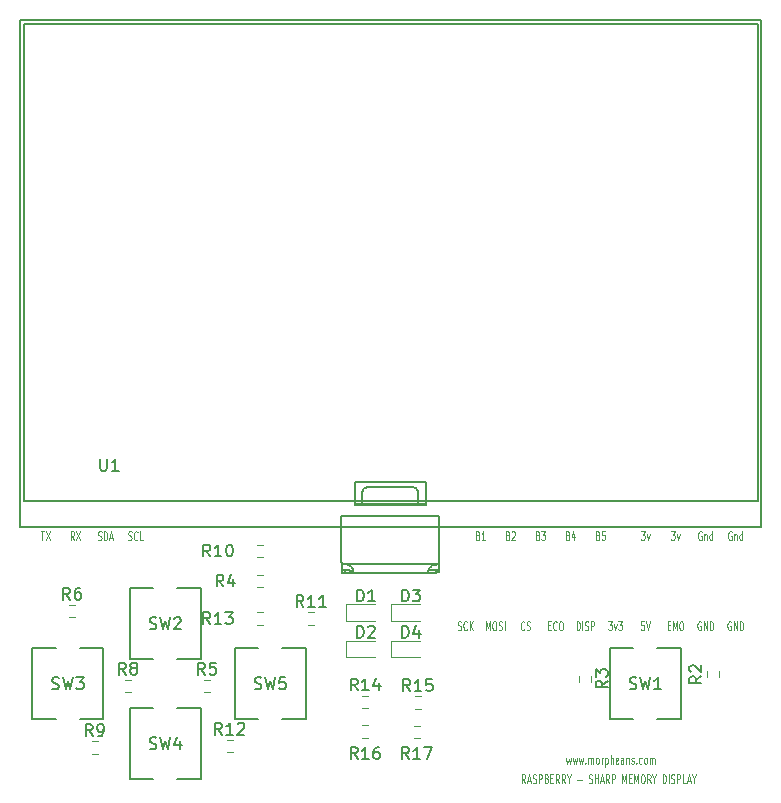
<source format=gbr>
%TF.GenerationSoftware,KiCad,Pcbnew,(5.1.9)-1*%
%TF.CreationDate,2021-11-21T17:51:24+01:00*%
%TF.ProjectId,MemoryBrakout,4d656d6f-7279-4427-9261-6b6f75742e6b,rev?*%
%TF.SameCoordinates,Original*%
%TF.FileFunction,Legend,Top*%
%TF.FilePolarity,Positive*%
%FSLAX46Y46*%
G04 Gerber Fmt 4.6, Leading zero omitted, Abs format (unit mm)*
G04 Created by KiCad (PCBNEW (5.1.9)-1) date 2021-11-21 17:51:24*
%MOMM*%
%LPD*%
G01*
G04 APERTURE LIST*
%ADD10C,0.125000*%
%ADD11C,0.120000*%
%ADD12C,0.150000*%
%ADD13C,0.200000*%
G04 APERTURE END LIST*
D10*
X196517095Y-112107285D02*
X196612333Y-112607285D01*
X196707571Y-112250142D01*
X196802809Y-112607285D01*
X196898047Y-112107285D01*
X197040904Y-112107285D02*
X197136142Y-112607285D01*
X197231380Y-112250142D01*
X197326619Y-112607285D01*
X197421857Y-112107285D01*
X197564714Y-112107285D02*
X197659952Y-112607285D01*
X197755190Y-112250142D01*
X197850428Y-112607285D01*
X197945666Y-112107285D01*
X198136142Y-112535857D02*
X198159952Y-112571571D01*
X198136142Y-112607285D01*
X198112333Y-112571571D01*
X198136142Y-112535857D01*
X198136142Y-112607285D01*
X198374238Y-112607285D02*
X198374238Y-112107285D01*
X198374238Y-112178714D02*
X198398047Y-112143000D01*
X198445666Y-112107285D01*
X198517095Y-112107285D01*
X198564714Y-112143000D01*
X198588523Y-112214428D01*
X198588523Y-112607285D01*
X198588523Y-112214428D02*
X198612333Y-112143000D01*
X198659952Y-112107285D01*
X198731380Y-112107285D01*
X198779000Y-112143000D01*
X198802809Y-112214428D01*
X198802809Y-112607285D01*
X199112333Y-112607285D02*
X199064714Y-112571571D01*
X199040904Y-112535857D01*
X199017095Y-112464428D01*
X199017095Y-112250142D01*
X199040904Y-112178714D01*
X199064714Y-112143000D01*
X199112333Y-112107285D01*
X199183761Y-112107285D01*
X199231380Y-112143000D01*
X199255190Y-112178714D01*
X199279000Y-112250142D01*
X199279000Y-112464428D01*
X199255190Y-112535857D01*
X199231380Y-112571571D01*
X199183761Y-112607285D01*
X199112333Y-112607285D01*
X199493285Y-112607285D02*
X199493285Y-112107285D01*
X199493285Y-112250142D02*
X199517095Y-112178714D01*
X199540904Y-112143000D01*
X199588523Y-112107285D01*
X199636142Y-112107285D01*
X199802809Y-112107285D02*
X199802809Y-112857285D01*
X199802809Y-112143000D02*
X199850428Y-112107285D01*
X199945666Y-112107285D01*
X199993285Y-112143000D01*
X200017095Y-112178714D01*
X200040904Y-112250142D01*
X200040904Y-112464428D01*
X200017095Y-112535857D01*
X199993285Y-112571571D01*
X199945666Y-112607285D01*
X199850428Y-112607285D01*
X199802809Y-112571571D01*
X200255190Y-112607285D02*
X200255190Y-111857285D01*
X200469476Y-112607285D02*
X200469476Y-112214428D01*
X200445666Y-112143000D01*
X200398047Y-112107285D01*
X200326619Y-112107285D01*
X200279000Y-112143000D01*
X200255190Y-112178714D01*
X200898047Y-112571571D02*
X200850428Y-112607285D01*
X200755190Y-112607285D01*
X200707571Y-112571571D01*
X200683761Y-112500142D01*
X200683761Y-112214428D01*
X200707571Y-112143000D01*
X200755190Y-112107285D01*
X200850428Y-112107285D01*
X200898047Y-112143000D01*
X200921857Y-112214428D01*
X200921857Y-112285857D01*
X200683761Y-112357285D01*
X201350428Y-112607285D02*
X201350428Y-112214428D01*
X201326619Y-112143000D01*
X201279000Y-112107285D01*
X201183761Y-112107285D01*
X201136142Y-112143000D01*
X201350428Y-112571571D02*
X201302809Y-112607285D01*
X201183761Y-112607285D01*
X201136142Y-112571571D01*
X201112333Y-112500142D01*
X201112333Y-112428714D01*
X201136142Y-112357285D01*
X201183761Y-112321571D01*
X201302809Y-112321571D01*
X201350428Y-112285857D01*
X201588523Y-112107285D02*
X201588523Y-112607285D01*
X201588523Y-112178714D02*
X201612333Y-112143000D01*
X201659952Y-112107285D01*
X201731380Y-112107285D01*
X201779000Y-112143000D01*
X201802809Y-112214428D01*
X201802809Y-112607285D01*
X202017095Y-112571571D02*
X202064714Y-112607285D01*
X202159952Y-112607285D01*
X202207571Y-112571571D01*
X202231380Y-112500142D01*
X202231380Y-112464428D01*
X202207571Y-112393000D01*
X202159952Y-112357285D01*
X202088523Y-112357285D01*
X202040904Y-112321571D01*
X202017095Y-112250142D01*
X202017095Y-112214428D01*
X202040904Y-112143000D01*
X202088523Y-112107285D01*
X202159952Y-112107285D01*
X202207571Y-112143000D01*
X202445666Y-112535857D02*
X202469476Y-112571571D01*
X202445666Y-112607285D01*
X202421857Y-112571571D01*
X202445666Y-112535857D01*
X202445666Y-112607285D01*
X202898047Y-112571571D02*
X202850428Y-112607285D01*
X202755190Y-112607285D01*
X202707571Y-112571571D01*
X202683761Y-112535857D01*
X202659952Y-112464428D01*
X202659952Y-112250142D01*
X202683761Y-112178714D01*
X202707571Y-112143000D01*
X202755190Y-112107285D01*
X202850428Y-112107285D01*
X202898047Y-112143000D01*
X203183761Y-112607285D02*
X203136142Y-112571571D01*
X203112333Y-112535857D01*
X203088523Y-112464428D01*
X203088523Y-112250142D01*
X203112333Y-112178714D01*
X203136142Y-112143000D01*
X203183761Y-112107285D01*
X203255190Y-112107285D01*
X203302809Y-112143000D01*
X203326619Y-112178714D01*
X203350428Y-112250142D01*
X203350428Y-112464428D01*
X203326619Y-112535857D01*
X203302809Y-112571571D01*
X203255190Y-112607285D01*
X203183761Y-112607285D01*
X203564714Y-112607285D02*
X203564714Y-112107285D01*
X203564714Y-112178714D02*
X203588523Y-112143000D01*
X203636142Y-112107285D01*
X203707571Y-112107285D01*
X203755190Y-112143000D01*
X203779000Y-112214428D01*
X203779000Y-112607285D01*
X203779000Y-112214428D02*
X203802809Y-112143000D01*
X203850428Y-112107285D01*
X203921857Y-112107285D01*
X203969476Y-112143000D01*
X203993285Y-112214428D01*
X203993285Y-112607285D01*
X193052809Y-114258285D02*
X192886142Y-113901142D01*
X192767095Y-114258285D02*
X192767095Y-113508285D01*
X192957571Y-113508285D01*
X193005190Y-113544000D01*
X193029000Y-113579714D01*
X193052809Y-113651142D01*
X193052809Y-113758285D01*
X193029000Y-113829714D01*
X193005190Y-113865428D01*
X192957571Y-113901142D01*
X192767095Y-113901142D01*
X193243285Y-114044000D02*
X193481380Y-114044000D01*
X193195666Y-114258285D02*
X193362333Y-113508285D01*
X193529000Y-114258285D01*
X193671857Y-114222571D02*
X193743285Y-114258285D01*
X193862333Y-114258285D01*
X193909952Y-114222571D01*
X193933761Y-114186857D01*
X193957571Y-114115428D01*
X193957571Y-114044000D01*
X193933761Y-113972571D01*
X193909952Y-113936857D01*
X193862333Y-113901142D01*
X193767095Y-113865428D01*
X193719476Y-113829714D01*
X193695666Y-113794000D01*
X193671857Y-113722571D01*
X193671857Y-113651142D01*
X193695666Y-113579714D01*
X193719476Y-113544000D01*
X193767095Y-113508285D01*
X193886142Y-113508285D01*
X193957571Y-113544000D01*
X194171857Y-114258285D02*
X194171857Y-113508285D01*
X194362333Y-113508285D01*
X194409952Y-113544000D01*
X194433761Y-113579714D01*
X194457571Y-113651142D01*
X194457571Y-113758285D01*
X194433761Y-113829714D01*
X194409952Y-113865428D01*
X194362333Y-113901142D01*
X194171857Y-113901142D01*
X194838523Y-113865428D02*
X194909952Y-113901142D01*
X194933761Y-113936857D01*
X194957571Y-114008285D01*
X194957571Y-114115428D01*
X194933761Y-114186857D01*
X194909952Y-114222571D01*
X194862333Y-114258285D01*
X194671857Y-114258285D01*
X194671857Y-113508285D01*
X194838523Y-113508285D01*
X194886142Y-113544000D01*
X194909952Y-113579714D01*
X194933761Y-113651142D01*
X194933761Y-113722571D01*
X194909952Y-113794000D01*
X194886142Y-113829714D01*
X194838523Y-113865428D01*
X194671857Y-113865428D01*
X195171857Y-113865428D02*
X195338523Y-113865428D01*
X195409952Y-114258285D02*
X195171857Y-114258285D01*
X195171857Y-113508285D01*
X195409952Y-113508285D01*
X195909952Y-114258285D02*
X195743285Y-113901142D01*
X195624238Y-114258285D02*
X195624238Y-113508285D01*
X195814714Y-113508285D01*
X195862333Y-113544000D01*
X195886142Y-113579714D01*
X195909952Y-113651142D01*
X195909952Y-113758285D01*
X195886142Y-113829714D01*
X195862333Y-113865428D01*
X195814714Y-113901142D01*
X195624238Y-113901142D01*
X196409952Y-114258285D02*
X196243285Y-113901142D01*
X196124238Y-114258285D02*
X196124238Y-113508285D01*
X196314714Y-113508285D01*
X196362333Y-113544000D01*
X196386142Y-113579714D01*
X196409952Y-113651142D01*
X196409952Y-113758285D01*
X196386142Y-113829714D01*
X196362333Y-113865428D01*
X196314714Y-113901142D01*
X196124238Y-113901142D01*
X196719476Y-113901142D02*
X196719476Y-114258285D01*
X196552809Y-113508285D02*
X196719476Y-113901142D01*
X196886142Y-113508285D01*
X197433761Y-113972571D02*
X197814714Y-113972571D01*
X198409952Y-114222571D02*
X198481380Y-114258285D01*
X198600428Y-114258285D01*
X198648047Y-114222571D01*
X198671857Y-114186857D01*
X198695666Y-114115428D01*
X198695666Y-114044000D01*
X198671857Y-113972571D01*
X198648047Y-113936857D01*
X198600428Y-113901142D01*
X198505190Y-113865428D01*
X198457571Y-113829714D01*
X198433761Y-113794000D01*
X198409952Y-113722571D01*
X198409952Y-113651142D01*
X198433761Y-113579714D01*
X198457571Y-113544000D01*
X198505190Y-113508285D01*
X198624238Y-113508285D01*
X198695666Y-113544000D01*
X198909952Y-114258285D02*
X198909952Y-113508285D01*
X198909952Y-113865428D02*
X199195666Y-113865428D01*
X199195666Y-114258285D02*
X199195666Y-113508285D01*
X199409952Y-114044000D02*
X199648047Y-114044000D01*
X199362333Y-114258285D02*
X199529000Y-113508285D01*
X199695666Y-114258285D01*
X200148047Y-114258285D02*
X199981380Y-113901142D01*
X199862333Y-114258285D02*
X199862333Y-113508285D01*
X200052809Y-113508285D01*
X200100428Y-113544000D01*
X200124238Y-113579714D01*
X200148047Y-113651142D01*
X200148047Y-113758285D01*
X200124238Y-113829714D01*
X200100428Y-113865428D01*
X200052809Y-113901142D01*
X199862333Y-113901142D01*
X200362333Y-114258285D02*
X200362333Y-113508285D01*
X200552809Y-113508285D01*
X200600428Y-113544000D01*
X200624238Y-113579714D01*
X200648047Y-113651142D01*
X200648047Y-113758285D01*
X200624238Y-113829714D01*
X200600428Y-113865428D01*
X200552809Y-113901142D01*
X200362333Y-113901142D01*
X201243285Y-114258285D02*
X201243285Y-113508285D01*
X201409952Y-114044000D01*
X201576619Y-113508285D01*
X201576619Y-114258285D01*
X201814714Y-113865428D02*
X201981380Y-113865428D01*
X202052809Y-114258285D02*
X201814714Y-114258285D01*
X201814714Y-113508285D01*
X202052809Y-113508285D01*
X202267095Y-114258285D02*
X202267095Y-113508285D01*
X202433761Y-114044000D01*
X202600428Y-113508285D01*
X202600428Y-114258285D01*
X202933761Y-113508285D02*
X203029000Y-113508285D01*
X203076619Y-113544000D01*
X203124238Y-113615428D01*
X203148047Y-113758285D01*
X203148047Y-114008285D01*
X203124238Y-114151142D01*
X203076619Y-114222571D01*
X203029000Y-114258285D01*
X202933761Y-114258285D01*
X202886142Y-114222571D01*
X202838523Y-114151142D01*
X202814714Y-114008285D01*
X202814714Y-113758285D01*
X202838523Y-113615428D01*
X202886142Y-113544000D01*
X202933761Y-113508285D01*
X203648047Y-114258285D02*
X203481380Y-113901142D01*
X203362333Y-114258285D02*
X203362333Y-113508285D01*
X203552809Y-113508285D01*
X203600428Y-113544000D01*
X203624238Y-113579714D01*
X203648047Y-113651142D01*
X203648047Y-113758285D01*
X203624238Y-113829714D01*
X203600428Y-113865428D01*
X203552809Y-113901142D01*
X203362333Y-113901142D01*
X203957571Y-113901142D02*
X203957571Y-114258285D01*
X203790904Y-113508285D02*
X203957571Y-113901142D01*
X204124238Y-113508285D01*
X204671857Y-114258285D02*
X204671857Y-113508285D01*
X204790904Y-113508285D01*
X204862333Y-113544000D01*
X204909952Y-113615428D01*
X204933761Y-113686857D01*
X204957571Y-113829714D01*
X204957571Y-113936857D01*
X204933761Y-114079714D01*
X204909952Y-114151142D01*
X204862333Y-114222571D01*
X204790904Y-114258285D01*
X204671857Y-114258285D01*
X205171857Y-114258285D02*
X205171857Y-113508285D01*
X205386142Y-114222571D02*
X205457571Y-114258285D01*
X205576619Y-114258285D01*
X205624238Y-114222571D01*
X205648047Y-114186857D01*
X205671857Y-114115428D01*
X205671857Y-114044000D01*
X205648047Y-113972571D01*
X205624238Y-113936857D01*
X205576619Y-113901142D01*
X205481380Y-113865428D01*
X205433761Y-113829714D01*
X205409952Y-113794000D01*
X205386142Y-113722571D01*
X205386142Y-113651142D01*
X205409952Y-113579714D01*
X205433761Y-113544000D01*
X205481380Y-113508285D01*
X205600428Y-113508285D01*
X205671857Y-113544000D01*
X205886142Y-114258285D02*
X205886142Y-113508285D01*
X206076619Y-113508285D01*
X206124238Y-113544000D01*
X206148047Y-113579714D01*
X206171857Y-113651142D01*
X206171857Y-113758285D01*
X206148047Y-113829714D01*
X206124238Y-113865428D01*
X206076619Y-113901142D01*
X205886142Y-113901142D01*
X206624238Y-114258285D02*
X206386142Y-114258285D01*
X206386142Y-113508285D01*
X206767095Y-114044000D02*
X207005190Y-114044000D01*
X206719476Y-114258285D02*
X206886142Y-113508285D01*
X207052809Y-114258285D01*
X207314714Y-113901142D02*
X207314714Y-114258285D01*
X207148047Y-113508285D02*
X207314714Y-113901142D01*
X207481380Y-113508285D01*
X207899047Y-100590000D02*
X207851428Y-100554285D01*
X207780000Y-100554285D01*
X207708571Y-100590000D01*
X207660952Y-100661428D01*
X207637142Y-100732857D01*
X207613333Y-100875714D01*
X207613333Y-100982857D01*
X207637142Y-101125714D01*
X207660952Y-101197142D01*
X207708571Y-101268571D01*
X207780000Y-101304285D01*
X207827619Y-101304285D01*
X207899047Y-101268571D01*
X207922857Y-101232857D01*
X207922857Y-100982857D01*
X207827619Y-100982857D01*
X208137142Y-101304285D02*
X208137142Y-100554285D01*
X208422857Y-101304285D01*
X208422857Y-100554285D01*
X208660952Y-101304285D02*
X208660952Y-100554285D01*
X208780000Y-100554285D01*
X208851428Y-100590000D01*
X208899047Y-100661428D01*
X208922857Y-100732857D01*
X208946666Y-100875714D01*
X208946666Y-100982857D01*
X208922857Y-101125714D01*
X208899047Y-101197142D01*
X208851428Y-101268571D01*
X208780000Y-101304285D01*
X208660952Y-101304285D01*
X210439047Y-100590000D02*
X210391428Y-100554285D01*
X210320000Y-100554285D01*
X210248571Y-100590000D01*
X210200952Y-100661428D01*
X210177142Y-100732857D01*
X210153333Y-100875714D01*
X210153333Y-100982857D01*
X210177142Y-101125714D01*
X210200952Y-101197142D01*
X210248571Y-101268571D01*
X210320000Y-101304285D01*
X210367619Y-101304285D01*
X210439047Y-101268571D01*
X210462857Y-101232857D01*
X210462857Y-100982857D01*
X210367619Y-100982857D01*
X210677142Y-101304285D02*
X210677142Y-100554285D01*
X210962857Y-101304285D01*
X210962857Y-100554285D01*
X211200952Y-101304285D02*
X211200952Y-100554285D01*
X211320000Y-100554285D01*
X211391428Y-100590000D01*
X211439047Y-100661428D01*
X211462857Y-100732857D01*
X211486666Y-100875714D01*
X211486666Y-100982857D01*
X211462857Y-101125714D01*
X211439047Y-101197142D01*
X211391428Y-101268571D01*
X211320000Y-101304285D01*
X211200952Y-101304285D01*
X205085238Y-100911428D02*
X205251904Y-100911428D01*
X205323333Y-101304285D02*
X205085238Y-101304285D01*
X205085238Y-100554285D01*
X205323333Y-100554285D01*
X205537619Y-101304285D02*
X205537619Y-100554285D01*
X205704285Y-101090000D01*
X205870952Y-100554285D01*
X205870952Y-101304285D01*
X206204285Y-100554285D02*
X206299523Y-100554285D01*
X206347142Y-100590000D01*
X206394761Y-100661428D01*
X206418571Y-100804285D01*
X206418571Y-101054285D01*
X206394761Y-101197142D01*
X206347142Y-101268571D01*
X206299523Y-101304285D01*
X206204285Y-101304285D01*
X206156666Y-101268571D01*
X206109047Y-101197142D01*
X206085238Y-101054285D01*
X206085238Y-100804285D01*
X206109047Y-100661428D01*
X206156666Y-100590000D01*
X206204285Y-100554285D01*
X203104761Y-100554285D02*
X202866666Y-100554285D01*
X202842857Y-100911428D01*
X202866666Y-100875714D01*
X202914285Y-100840000D01*
X203033333Y-100840000D01*
X203080952Y-100875714D01*
X203104761Y-100911428D01*
X203128571Y-100982857D01*
X203128571Y-101161428D01*
X203104761Y-101232857D01*
X203080952Y-101268571D01*
X203033333Y-101304285D01*
X202914285Y-101304285D01*
X202866666Y-101268571D01*
X202842857Y-101232857D01*
X203271428Y-100554285D02*
X203438095Y-101304285D01*
X203604761Y-100554285D01*
X200064761Y-100554285D02*
X200374285Y-100554285D01*
X200207619Y-100840000D01*
X200279047Y-100840000D01*
X200326666Y-100875714D01*
X200350476Y-100911428D01*
X200374285Y-100982857D01*
X200374285Y-101161428D01*
X200350476Y-101232857D01*
X200326666Y-101268571D01*
X200279047Y-101304285D01*
X200136190Y-101304285D01*
X200088571Y-101268571D01*
X200064761Y-101232857D01*
X200540952Y-100804285D02*
X200660000Y-101304285D01*
X200779047Y-100804285D01*
X200921904Y-100554285D02*
X201231428Y-100554285D01*
X201064761Y-100840000D01*
X201136190Y-100840000D01*
X201183809Y-100875714D01*
X201207619Y-100911428D01*
X201231428Y-100982857D01*
X201231428Y-101161428D01*
X201207619Y-101232857D01*
X201183809Y-101268571D01*
X201136190Y-101304285D01*
X200993333Y-101304285D01*
X200945714Y-101268571D01*
X200921904Y-101232857D01*
X197381904Y-101304285D02*
X197381904Y-100554285D01*
X197500952Y-100554285D01*
X197572380Y-100590000D01*
X197620000Y-100661428D01*
X197643809Y-100732857D01*
X197667619Y-100875714D01*
X197667619Y-100982857D01*
X197643809Y-101125714D01*
X197620000Y-101197142D01*
X197572380Y-101268571D01*
X197500952Y-101304285D01*
X197381904Y-101304285D01*
X197881904Y-101304285D02*
X197881904Y-100554285D01*
X198096190Y-101268571D02*
X198167619Y-101304285D01*
X198286666Y-101304285D01*
X198334285Y-101268571D01*
X198358095Y-101232857D01*
X198381904Y-101161428D01*
X198381904Y-101090000D01*
X198358095Y-101018571D01*
X198334285Y-100982857D01*
X198286666Y-100947142D01*
X198191428Y-100911428D01*
X198143809Y-100875714D01*
X198120000Y-100840000D01*
X198096190Y-100768571D01*
X198096190Y-100697142D01*
X198120000Y-100625714D01*
X198143809Y-100590000D01*
X198191428Y-100554285D01*
X198310476Y-100554285D01*
X198381904Y-100590000D01*
X198596190Y-101304285D02*
X198596190Y-100554285D01*
X198786666Y-100554285D01*
X198834285Y-100590000D01*
X198858095Y-100625714D01*
X198881904Y-100697142D01*
X198881904Y-100804285D01*
X198858095Y-100875714D01*
X198834285Y-100911428D01*
X198786666Y-100947142D01*
X198596190Y-100947142D01*
X194960952Y-100911428D02*
X195127619Y-100911428D01*
X195199047Y-101304285D02*
X194960952Y-101304285D01*
X194960952Y-100554285D01*
X195199047Y-100554285D01*
X195699047Y-101232857D02*
X195675238Y-101268571D01*
X195603809Y-101304285D01*
X195556190Y-101304285D01*
X195484761Y-101268571D01*
X195437142Y-101197142D01*
X195413333Y-101125714D01*
X195389523Y-100982857D01*
X195389523Y-100875714D01*
X195413333Y-100732857D01*
X195437142Y-100661428D01*
X195484761Y-100590000D01*
X195556190Y-100554285D01*
X195603809Y-100554285D01*
X195675238Y-100590000D01*
X195699047Y-100625714D01*
X196008571Y-100554285D02*
X196103809Y-100554285D01*
X196151428Y-100590000D01*
X196199047Y-100661428D01*
X196222857Y-100804285D01*
X196222857Y-101054285D01*
X196199047Y-101197142D01*
X196151428Y-101268571D01*
X196103809Y-101304285D01*
X196008571Y-101304285D01*
X195960952Y-101268571D01*
X195913333Y-101197142D01*
X195889523Y-101054285D01*
X195889523Y-100804285D01*
X195913333Y-100661428D01*
X195960952Y-100590000D01*
X196008571Y-100554285D01*
X192956666Y-101232857D02*
X192932857Y-101268571D01*
X192861428Y-101304285D01*
X192813809Y-101304285D01*
X192742380Y-101268571D01*
X192694761Y-101197142D01*
X192670952Y-101125714D01*
X192647142Y-100982857D01*
X192647142Y-100875714D01*
X192670952Y-100732857D01*
X192694761Y-100661428D01*
X192742380Y-100590000D01*
X192813809Y-100554285D01*
X192861428Y-100554285D01*
X192932857Y-100590000D01*
X192956666Y-100625714D01*
X193147142Y-101268571D02*
X193218571Y-101304285D01*
X193337619Y-101304285D01*
X193385238Y-101268571D01*
X193409047Y-101232857D01*
X193432857Y-101161428D01*
X193432857Y-101090000D01*
X193409047Y-101018571D01*
X193385238Y-100982857D01*
X193337619Y-100947142D01*
X193242380Y-100911428D01*
X193194761Y-100875714D01*
X193170952Y-100840000D01*
X193147142Y-100768571D01*
X193147142Y-100697142D01*
X193170952Y-100625714D01*
X193194761Y-100590000D01*
X193242380Y-100554285D01*
X193361428Y-100554285D01*
X193432857Y-100590000D01*
X189714285Y-101304285D02*
X189714285Y-100554285D01*
X189880952Y-101090000D01*
X190047619Y-100554285D01*
X190047619Y-101304285D01*
X190380952Y-100554285D02*
X190476190Y-100554285D01*
X190523809Y-100590000D01*
X190571428Y-100661428D01*
X190595238Y-100804285D01*
X190595238Y-101054285D01*
X190571428Y-101197142D01*
X190523809Y-101268571D01*
X190476190Y-101304285D01*
X190380952Y-101304285D01*
X190333333Y-101268571D01*
X190285714Y-101197142D01*
X190261904Y-101054285D01*
X190261904Y-100804285D01*
X190285714Y-100661428D01*
X190333333Y-100590000D01*
X190380952Y-100554285D01*
X190785714Y-101268571D02*
X190857142Y-101304285D01*
X190976190Y-101304285D01*
X191023809Y-101268571D01*
X191047619Y-101232857D01*
X191071428Y-101161428D01*
X191071428Y-101090000D01*
X191047619Y-101018571D01*
X191023809Y-100982857D01*
X190976190Y-100947142D01*
X190880952Y-100911428D01*
X190833333Y-100875714D01*
X190809523Y-100840000D01*
X190785714Y-100768571D01*
X190785714Y-100697142D01*
X190809523Y-100625714D01*
X190833333Y-100590000D01*
X190880952Y-100554285D01*
X191000000Y-100554285D01*
X191071428Y-100590000D01*
X191285714Y-101304285D02*
X191285714Y-100554285D01*
X187317142Y-101268571D02*
X187388571Y-101304285D01*
X187507619Y-101304285D01*
X187555238Y-101268571D01*
X187579047Y-101232857D01*
X187602857Y-101161428D01*
X187602857Y-101090000D01*
X187579047Y-101018571D01*
X187555238Y-100982857D01*
X187507619Y-100947142D01*
X187412380Y-100911428D01*
X187364761Y-100875714D01*
X187340952Y-100840000D01*
X187317142Y-100768571D01*
X187317142Y-100697142D01*
X187340952Y-100625714D01*
X187364761Y-100590000D01*
X187412380Y-100554285D01*
X187531428Y-100554285D01*
X187602857Y-100590000D01*
X188102857Y-101232857D02*
X188079047Y-101268571D01*
X188007619Y-101304285D01*
X187960000Y-101304285D01*
X187888571Y-101268571D01*
X187840952Y-101197142D01*
X187817142Y-101125714D01*
X187793333Y-100982857D01*
X187793333Y-100875714D01*
X187817142Y-100732857D01*
X187840952Y-100661428D01*
X187888571Y-100590000D01*
X187960000Y-100554285D01*
X188007619Y-100554285D01*
X188079047Y-100590000D01*
X188102857Y-100625714D01*
X188317142Y-101304285D02*
X188317142Y-100554285D01*
X188602857Y-101304285D02*
X188388571Y-100875714D01*
X188602857Y-100554285D02*
X188317142Y-100982857D01*
X210498571Y-92970000D02*
X210450952Y-92934285D01*
X210379523Y-92934285D01*
X210308095Y-92970000D01*
X210260476Y-93041428D01*
X210236666Y-93112857D01*
X210212857Y-93255714D01*
X210212857Y-93362857D01*
X210236666Y-93505714D01*
X210260476Y-93577142D01*
X210308095Y-93648571D01*
X210379523Y-93684285D01*
X210427142Y-93684285D01*
X210498571Y-93648571D01*
X210522380Y-93612857D01*
X210522380Y-93362857D01*
X210427142Y-93362857D01*
X210736666Y-93184285D02*
X210736666Y-93684285D01*
X210736666Y-93255714D02*
X210760476Y-93220000D01*
X210808095Y-93184285D01*
X210879523Y-93184285D01*
X210927142Y-93220000D01*
X210950952Y-93291428D01*
X210950952Y-93684285D01*
X211403333Y-93684285D02*
X211403333Y-92934285D01*
X211403333Y-93648571D02*
X211355714Y-93684285D01*
X211260476Y-93684285D01*
X211212857Y-93648571D01*
X211189047Y-93612857D01*
X211165238Y-93541428D01*
X211165238Y-93327142D01*
X211189047Y-93255714D01*
X211212857Y-93220000D01*
X211260476Y-93184285D01*
X211355714Y-93184285D01*
X211403333Y-93220000D01*
X207958571Y-92970000D02*
X207910952Y-92934285D01*
X207839523Y-92934285D01*
X207768095Y-92970000D01*
X207720476Y-93041428D01*
X207696666Y-93112857D01*
X207672857Y-93255714D01*
X207672857Y-93362857D01*
X207696666Y-93505714D01*
X207720476Y-93577142D01*
X207768095Y-93648571D01*
X207839523Y-93684285D01*
X207887142Y-93684285D01*
X207958571Y-93648571D01*
X207982380Y-93612857D01*
X207982380Y-93362857D01*
X207887142Y-93362857D01*
X208196666Y-93184285D02*
X208196666Y-93684285D01*
X208196666Y-93255714D02*
X208220476Y-93220000D01*
X208268095Y-93184285D01*
X208339523Y-93184285D01*
X208387142Y-93220000D01*
X208410952Y-93291428D01*
X208410952Y-93684285D01*
X208863333Y-93684285D02*
X208863333Y-92934285D01*
X208863333Y-93648571D02*
X208815714Y-93684285D01*
X208720476Y-93684285D01*
X208672857Y-93648571D01*
X208649047Y-93612857D01*
X208625238Y-93541428D01*
X208625238Y-93327142D01*
X208649047Y-93255714D01*
X208672857Y-93220000D01*
X208720476Y-93184285D01*
X208815714Y-93184285D01*
X208863333Y-93220000D01*
X202842857Y-92934285D02*
X203152380Y-92934285D01*
X202985714Y-93220000D01*
X203057142Y-93220000D01*
X203104761Y-93255714D01*
X203128571Y-93291428D01*
X203152380Y-93362857D01*
X203152380Y-93541428D01*
X203128571Y-93612857D01*
X203104761Y-93648571D01*
X203057142Y-93684285D01*
X202914285Y-93684285D01*
X202866666Y-93648571D01*
X202842857Y-93612857D01*
X203319047Y-93184285D02*
X203438095Y-93684285D01*
X203557142Y-93184285D01*
X205382857Y-92934285D02*
X205692380Y-92934285D01*
X205525714Y-93220000D01*
X205597142Y-93220000D01*
X205644761Y-93255714D01*
X205668571Y-93291428D01*
X205692380Y-93362857D01*
X205692380Y-93541428D01*
X205668571Y-93612857D01*
X205644761Y-93648571D01*
X205597142Y-93684285D01*
X205454285Y-93684285D01*
X205406666Y-93648571D01*
X205382857Y-93612857D01*
X205859047Y-93184285D02*
X205978095Y-93684285D01*
X206097142Y-93184285D01*
X199187619Y-93291428D02*
X199259047Y-93327142D01*
X199282857Y-93362857D01*
X199306666Y-93434285D01*
X199306666Y-93541428D01*
X199282857Y-93612857D01*
X199259047Y-93648571D01*
X199211428Y-93684285D01*
X199020952Y-93684285D01*
X199020952Y-92934285D01*
X199187619Y-92934285D01*
X199235238Y-92970000D01*
X199259047Y-93005714D01*
X199282857Y-93077142D01*
X199282857Y-93148571D01*
X199259047Y-93220000D01*
X199235238Y-93255714D01*
X199187619Y-93291428D01*
X199020952Y-93291428D01*
X199759047Y-92934285D02*
X199520952Y-92934285D01*
X199497142Y-93291428D01*
X199520952Y-93255714D01*
X199568571Y-93220000D01*
X199687619Y-93220000D01*
X199735238Y-93255714D01*
X199759047Y-93291428D01*
X199782857Y-93362857D01*
X199782857Y-93541428D01*
X199759047Y-93612857D01*
X199735238Y-93648571D01*
X199687619Y-93684285D01*
X199568571Y-93684285D01*
X199520952Y-93648571D01*
X199497142Y-93612857D01*
X196647619Y-93291428D02*
X196719047Y-93327142D01*
X196742857Y-93362857D01*
X196766666Y-93434285D01*
X196766666Y-93541428D01*
X196742857Y-93612857D01*
X196719047Y-93648571D01*
X196671428Y-93684285D01*
X196480952Y-93684285D01*
X196480952Y-92934285D01*
X196647619Y-92934285D01*
X196695238Y-92970000D01*
X196719047Y-93005714D01*
X196742857Y-93077142D01*
X196742857Y-93148571D01*
X196719047Y-93220000D01*
X196695238Y-93255714D01*
X196647619Y-93291428D01*
X196480952Y-93291428D01*
X197195238Y-93184285D02*
X197195238Y-93684285D01*
X197076190Y-92898571D02*
X196957142Y-93434285D01*
X197266666Y-93434285D01*
X194107619Y-93291428D02*
X194179047Y-93327142D01*
X194202857Y-93362857D01*
X194226666Y-93434285D01*
X194226666Y-93541428D01*
X194202857Y-93612857D01*
X194179047Y-93648571D01*
X194131428Y-93684285D01*
X193940952Y-93684285D01*
X193940952Y-92934285D01*
X194107619Y-92934285D01*
X194155238Y-92970000D01*
X194179047Y-93005714D01*
X194202857Y-93077142D01*
X194202857Y-93148571D01*
X194179047Y-93220000D01*
X194155238Y-93255714D01*
X194107619Y-93291428D01*
X193940952Y-93291428D01*
X194393333Y-92934285D02*
X194702857Y-92934285D01*
X194536190Y-93220000D01*
X194607619Y-93220000D01*
X194655238Y-93255714D01*
X194679047Y-93291428D01*
X194702857Y-93362857D01*
X194702857Y-93541428D01*
X194679047Y-93612857D01*
X194655238Y-93648571D01*
X194607619Y-93684285D01*
X194464761Y-93684285D01*
X194417142Y-93648571D01*
X194393333Y-93612857D01*
X191567619Y-93291428D02*
X191639047Y-93327142D01*
X191662857Y-93362857D01*
X191686666Y-93434285D01*
X191686666Y-93541428D01*
X191662857Y-93612857D01*
X191639047Y-93648571D01*
X191591428Y-93684285D01*
X191400952Y-93684285D01*
X191400952Y-92934285D01*
X191567619Y-92934285D01*
X191615238Y-92970000D01*
X191639047Y-93005714D01*
X191662857Y-93077142D01*
X191662857Y-93148571D01*
X191639047Y-93220000D01*
X191615238Y-93255714D01*
X191567619Y-93291428D01*
X191400952Y-93291428D01*
X191877142Y-93005714D02*
X191900952Y-92970000D01*
X191948571Y-92934285D01*
X192067619Y-92934285D01*
X192115238Y-92970000D01*
X192139047Y-93005714D01*
X192162857Y-93077142D01*
X192162857Y-93148571D01*
X192139047Y-93255714D01*
X191853333Y-93684285D01*
X192162857Y-93684285D01*
X189027619Y-93291428D02*
X189099047Y-93327142D01*
X189122857Y-93362857D01*
X189146666Y-93434285D01*
X189146666Y-93541428D01*
X189122857Y-93612857D01*
X189099047Y-93648571D01*
X189051428Y-93684285D01*
X188860952Y-93684285D01*
X188860952Y-92934285D01*
X189027619Y-92934285D01*
X189075238Y-92970000D01*
X189099047Y-93005714D01*
X189122857Y-93077142D01*
X189122857Y-93148571D01*
X189099047Y-93220000D01*
X189075238Y-93255714D01*
X189027619Y-93291428D01*
X188860952Y-93291428D01*
X189622857Y-93684285D02*
X189337142Y-93684285D01*
X189480000Y-93684285D02*
X189480000Y-92934285D01*
X189432380Y-93041428D01*
X189384761Y-93112857D01*
X189337142Y-93148571D01*
X159424761Y-93648571D02*
X159496190Y-93684285D01*
X159615238Y-93684285D01*
X159662857Y-93648571D01*
X159686666Y-93612857D01*
X159710476Y-93541428D01*
X159710476Y-93470000D01*
X159686666Y-93398571D01*
X159662857Y-93362857D01*
X159615238Y-93327142D01*
X159520000Y-93291428D01*
X159472380Y-93255714D01*
X159448571Y-93220000D01*
X159424761Y-93148571D01*
X159424761Y-93077142D01*
X159448571Y-93005714D01*
X159472380Y-92970000D01*
X159520000Y-92934285D01*
X159639047Y-92934285D01*
X159710476Y-92970000D01*
X160210476Y-93612857D02*
X160186666Y-93648571D01*
X160115238Y-93684285D01*
X160067619Y-93684285D01*
X159996190Y-93648571D01*
X159948571Y-93577142D01*
X159924761Y-93505714D01*
X159900952Y-93362857D01*
X159900952Y-93255714D01*
X159924761Y-93112857D01*
X159948571Y-93041428D01*
X159996190Y-92970000D01*
X160067619Y-92934285D01*
X160115238Y-92934285D01*
X160186666Y-92970000D01*
X160210476Y-93005714D01*
X160662857Y-93684285D02*
X160424761Y-93684285D01*
X160424761Y-92934285D01*
X156872857Y-93648571D02*
X156944285Y-93684285D01*
X157063333Y-93684285D01*
X157110952Y-93648571D01*
X157134761Y-93612857D01*
X157158571Y-93541428D01*
X157158571Y-93470000D01*
X157134761Y-93398571D01*
X157110952Y-93362857D01*
X157063333Y-93327142D01*
X156968095Y-93291428D01*
X156920476Y-93255714D01*
X156896666Y-93220000D01*
X156872857Y-93148571D01*
X156872857Y-93077142D01*
X156896666Y-93005714D01*
X156920476Y-92970000D01*
X156968095Y-92934285D01*
X157087142Y-92934285D01*
X157158571Y-92970000D01*
X157372857Y-93684285D02*
X157372857Y-92934285D01*
X157491904Y-92934285D01*
X157563333Y-92970000D01*
X157610952Y-93041428D01*
X157634761Y-93112857D01*
X157658571Y-93255714D01*
X157658571Y-93362857D01*
X157634761Y-93505714D01*
X157610952Y-93577142D01*
X157563333Y-93648571D01*
X157491904Y-93684285D01*
X157372857Y-93684285D01*
X157849047Y-93470000D02*
X158087142Y-93470000D01*
X157801428Y-93684285D02*
X157968095Y-92934285D01*
X158134761Y-93684285D01*
X154856666Y-93684285D02*
X154690000Y-93327142D01*
X154570952Y-93684285D02*
X154570952Y-92934285D01*
X154761428Y-92934285D01*
X154809047Y-92970000D01*
X154832857Y-93005714D01*
X154856666Y-93077142D01*
X154856666Y-93184285D01*
X154832857Y-93255714D01*
X154809047Y-93291428D01*
X154761428Y-93327142D01*
X154570952Y-93327142D01*
X155023333Y-92934285D02*
X155356666Y-93684285D01*
X155356666Y-92934285D02*
X155023333Y-93684285D01*
X152019047Y-92934285D02*
X152304761Y-92934285D01*
X152161904Y-93684285D02*
X152161904Y-92934285D01*
X152423809Y-92934285D02*
X152757142Y-93684285D01*
X152757142Y-92934285D02*
X152423809Y-93684285D01*
D11*
%TO.C,R2*%
X208392500Y-105306724D02*
X208392500Y-104797276D01*
X209437500Y-105306724D02*
X209437500Y-104797276D01*
%TO.C,R3*%
X198642500Y-105155276D02*
X198642500Y-105664724D01*
X197597500Y-105155276D02*
X197597500Y-105664724D01*
%TO.C,R4*%
X170283276Y-97677500D02*
X170792724Y-97677500D01*
X170283276Y-96632500D02*
X170792724Y-96632500D01*
%TO.C,R5*%
X165837276Y-105522500D02*
X166346724Y-105522500D01*
X165837276Y-106567500D02*
X166346724Y-106567500D01*
%TO.C,R6*%
X154407276Y-100217500D02*
X154916724Y-100217500D01*
X154407276Y-99172500D02*
X154916724Y-99172500D01*
%TO.C,R8*%
X159130276Y-105522500D02*
X159639724Y-105522500D01*
X159130276Y-106567500D02*
X159639724Y-106567500D01*
%TO.C,R9*%
X156313276Y-111774500D02*
X156822724Y-111774500D01*
X156313276Y-110729500D02*
X156822724Y-110729500D01*
%TO.C,R10*%
X170283276Y-94092500D02*
X170792724Y-94092500D01*
X170283276Y-95137500D02*
X170792724Y-95137500D01*
%TO.C,R11*%
X174647276Y-99807500D02*
X175156724Y-99807500D01*
X174647276Y-100852500D02*
X175156724Y-100852500D01*
%TO.C,R12*%
X167743276Y-111647500D02*
X168252724Y-111647500D01*
X167743276Y-110602500D02*
X168252724Y-110602500D01*
%TO.C,R13*%
X170283276Y-100852500D02*
X170792724Y-100852500D01*
X170283276Y-99807500D02*
X170792724Y-99807500D01*
D12*
%TO.C,SW1*%
X206200000Y-102855000D02*
X204200000Y-102855000D01*
X206200000Y-108855000D02*
X206200000Y-102855000D01*
X204200000Y-108855000D02*
X206200000Y-108855000D01*
X200200000Y-108855000D02*
X202200000Y-108855000D01*
X200200000Y-102855000D02*
X200200000Y-108855000D01*
X202200000Y-102855000D02*
X200200000Y-102855000D01*
%TO.C,SW2*%
X161560000Y-97775000D02*
X159560000Y-97775000D01*
X159560000Y-97775000D02*
X159560000Y-103775000D01*
X159560000Y-103775000D02*
X161560000Y-103775000D01*
X163560000Y-103775000D02*
X165560000Y-103775000D01*
X165560000Y-103775000D02*
X165560000Y-97775000D01*
X165560000Y-97775000D02*
X163560000Y-97775000D01*
%TO.C,SW3*%
X153305000Y-102855000D02*
X151305000Y-102855000D01*
X151305000Y-102855000D02*
X151305000Y-108855000D01*
X151305000Y-108855000D02*
X153305000Y-108855000D01*
X155305000Y-108855000D02*
X157305000Y-108855000D01*
X157305000Y-108855000D02*
X157305000Y-102855000D01*
X157305000Y-102855000D02*
X155305000Y-102855000D01*
%TO.C,SW4*%
X165560000Y-107935000D02*
X163560000Y-107935000D01*
X165560000Y-113935000D02*
X165560000Y-107935000D01*
X163560000Y-113935000D02*
X165560000Y-113935000D01*
X159560000Y-113935000D02*
X161560000Y-113935000D01*
X159560000Y-107935000D02*
X159560000Y-113935000D01*
X161560000Y-107935000D02*
X159560000Y-107935000D01*
%TO.C,SW5*%
X174450000Y-102855000D02*
X172450000Y-102855000D01*
X174450000Y-108855000D02*
X174450000Y-102855000D01*
X172450000Y-108855000D02*
X174450000Y-108855000D01*
X168450000Y-108855000D02*
X170450000Y-108855000D01*
X168450000Y-102855000D02*
X168450000Y-108855000D01*
X170450000Y-102855000D02*
X168450000Y-102855000D01*
D13*
%TO.C,U1*%
X179664292Y-89211199D02*
X183524497Y-89196712D01*
X177488212Y-96172910D02*
X177490225Y-96357215D01*
X184672765Y-88793194D02*
X184672765Y-90685462D01*
X185739963Y-91625547D02*
X177472862Y-91625547D01*
X177468975Y-91642031D02*
X177468975Y-95510622D01*
X185743861Y-91642031D02*
X177468975Y-91642031D01*
X185721197Y-96161693D02*
X185648603Y-96219387D01*
X185493197Y-96440215D02*
X185493357Y-96231873D01*
X184654020Y-90584385D02*
X178617511Y-90584385D01*
X184654020Y-88793194D02*
X184654020Y-90584385D01*
X184672765Y-90685462D02*
X184654020Y-90584385D01*
X183948270Y-89559537D02*
X183946076Y-89545110D01*
X185715353Y-96374812D02*
X185716473Y-96180178D01*
X178599195Y-90685462D02*
X178617511Y-90584385D01*
X184672765Y-90685462D02*
X178599195Y-90685462D01*
X183522699Y-89182623D02*
X183524497Y-89196712D01*
X177733796Y-96451164D02*
X177732785Y-96243713D01*
X178617511Y-90584385D02*
X178617511Y-88793194D01*
X179245956Y-89559390D02*
X179243754Y-89573830D01*
X179242419Y-90584385D02*
X179238874Y-89639821D01*
X185743861Y-95535826D02*
X185743861Y-91642031D01*
X185648603Y-96219387D02*
X185493357Y-96231873D01*
X177493944Y-96193317D02*
X177495849Y-96387246D01*
X178316829Y-96481257D02*
X184994927Y-96468726D01*
X178599195Y-90685462D02*
X178599195Y-88793194D01*
X177468975Y-91642031D02*
X177472862Y-91625547D01*
X179666101Y-89197097D02*
X179664292Y-89211199D01*
X178599195Y-88793194D02*
X184672765Y-88793194D01*
X185743861Y-91642031D02*
X185739963Y-91625547D01*
X185721040Y-96185021D02*
X185721197Y-96161693D01*
X179666101Y-89197097D02*
X183522699Y-89182623D01*
X183953119Y-89622129D02*
X183956731Y-90584385D01*
X177555665Y-95683118D02*
X185698550Y-95667838D01*
X185223949Y-96450507D02*
X185022446Y-96468008D01*
X185022446Y-96468008D02*
X185005169Y-96468579D01*
X185173009Y-96243329D02*
X185070910Y-96250593D01*
X185719951Y-96347373D02*
X185659718Y-96419791D01*
X184826870Y-96333944D02*
X184876655Y-96155715D01*
X185717694Y-96044326D02*
X185721154Y-96161693D01*
X185714795Y-95890078D02*
X185717694Y-96044326D01*
X178463389Y-96225247D02*
X178450433Y-96238290D01*
X178420537Y-96253155D02*
X178382034Y-96262080D01*
X185712655Y-95711374D02*
X185714795Y-95890078D01*
X177492562Y-95724761D02*
X177492380Y-95603770D01*
X177556628Y-96433259D02*
X177490225Y-96357215D01*
X185659718Y-96419791D02*
X185493197Y-96440215D01*
X185070910Y-96250593D02*
X185000558Y-96253457D01*
X184895325Y-96243162D02*
X184861098Y-96227890D01*
X178450433Y-96238290D02*
X178420537Y-96253155D01*
X177717298Y-95728424D02*
X177925348Y-95728902D01*
X177925348Y-95728902D02*
X178017041Y-95753704D01*
X185712188Y-95640376D02*
X185712655Y-95711374D01*
X177491912Y-95901804D02*
X177492562Y-95724761D01*
X184861098Y-96227890D02*
X184851800Y-96218582D01*
X177567988Y-96233296D02*
X177488212Y-96172913D01*
X177490413Y-96055217D02*
X177491912Y-95901804D01*
X177488212Y-96172910D02*
X177490413Y-96055217D01*
X185493197Y-96440215D02*
X185288440Y-96445434D01*
X185288440Y-96445434D02*
X185223949Y-96450507D01*
X178014190Y-96246817D02*
X177905292Y-96242363D01*
X184937718Y-96251060D02*
X184895325Y-96243162D01*
X177733796Y-96451164D02*
X177556628Y-96433259D01*
X185017667Y-95955375D02*
X185178015Y-95832731D01*
X185178015Y-95832731D02*
X185240024Y-95802961D01*
X185511599Y-95757453D02*
X185616605Y-95737460D01*
X177556071Y-95682600D02*
X177716928Y-95726448D01*
X184876655Y-96155715D02*
X184989938Y-95985295D01*
X184989938Y-95985295D02*
X185017667Y-95955375D01*
X185000558Y-96253457D02*
X184937718Y-96251060D01*
X178116838Y-96253845D02*
X178014190Y-96246817D01*
X178274423Y-96265021D02*
X178199596Y-96260336D01*
X178279906Y-96480130D02*
X178074928Y-96460626D01*
X178074928Y-96460626D02*
X178031468Y-96456750D01*
X185616605Y-95737460D02*
X185697826Y-95667308D01*
X178485668Y-96338572D02*
X178435417Y-96456052D01*
X178269193Y-95913782D02*
X178394614Y-96073165D01*
X178394614Y-96073165D02*
X178429400Y-96137200D01*
X178017041Y-95753704D02*
X178199004Y-95852925D01*
X178199004Y-95852925D02*
X178269193Y-95913782D01*
X184870055Y-96440965D02*
X184826870Y-96333944D01*
X185240024Y-95802961D02*
X185441686Y-95757930D01*
X185441686Y-95757930D02*
X185511263Y-95760790D01*
X185005169Y-96468579D02*
X184870055Y-96440965D01*
X177732785Y-96243713D02*
X177567988Y-96233296D01*
X185279847Y-96236356D02*
X185173009Y-96243329D01*
X185387198Y-96232139D02*
X185279847Y-96236356D01*
X185493357Y-96231873D02*
X185387198Y-96232139D01*
X177819638Y-96241571D02*
X177732778Y-96243700D01*
X178435417Y-96456052D02*
X178279906Y-96480130D01*
X177905292Y-96242363D02*
X177819638Y-96241571D01*
X178382034Y-96262080D02*
X178332360Y-96265870D01*
X178031468Y-96456750D02*
X177828289Y-96448380D01*
X177828289Y-96448380D02*
X177733784Y-96451146D01*
X178199596Y-96260336D02*
X178116838Y-96253845D01*
X178332360Y-96265870D02*
X178274423Y-96265021D01*
X178429400Y-96137200D02*
X178485520Y-96333315D01*
X178485520Y-96333315D02*
X178485668Y-96338572D01*
X150240052Y-92570143D02*
X213032439Y-92570143D01*
X150626327Y-49944308D02*
X150626327Y-90392660D01*
X150626327Y-90392660D02*
X212699788Y-90392660D01*
X213032439Y-49630006D02*
X150240052Y-49630006D01*
X150240052Y-49630006D02*
X150240052Y-92570143D01*
X213032439Y-92570143D02*
X213032439Y-49630006D01*
X212699788Y-49944308D02*
X150626327Y-49944308D01*
X212699788Y-90392660D02*
X212699788Y-49944308D01*
X179238875Y-89639820D02*
G75*
G02*
X179664292Y-89211199I427019J1602D01*
G01*
X185743861Y-95535826D02*
G75*
G02*
X185698550Y-95667838I-214960J0D01*
G01*
X177555666Y-95683117D02*
G75*
G02*
X177468975Y-95510622I128268J172495D01*
G01*
X183524498Y-89196712D02*
G75*
G02*
X183953119Y-89622129I1602J-427019D01*
G01*
X179245956Y-89559390D02*
G75*
G02*
X179666101Y-89197097I421746J-64328D01*
G01*
X183522699Y-89182623D02*
G75*
G02*
X183946076Y-89545110I1601J-426621D01*
G01*
D11*
%TO.C,D1*%
X180328000Y-99120000D02*
X177843000Y-99120000D01*
X177843000Y-99120000D02*
X177843000Y-100490000D01*
X177843000Y-100490000D02*
X180328000Y-100490000D01*
%TO.C,D2*%
X177843000Y-103555000D02*
X180328000Y-103555000D01*
X177843000Y-102185000D02*
X177843000Y-103555000D01*
X180328000Y-102185000D02*
X177843000Y-102185000D01*
%TO.C,D3*%
X184138000Y-99120000D02*
X181653000Y-99120000D01*
X181653000Y-99120000D02*
X181653000Y-100490000D01*
X181653000Y-100490000D02*
X184138000Y-100490000D01*
%TO.C,D4*%
X181653000Y-103555000D02*
X184138000Y-103555000D01*
X181653000Y-102185000D02*
X181653000Y-103555000D01*
X184138000Y-102185000D02*
X181653000Y-102185000D01*
%TO.C,R14*%
X179225276Y-106862500D02*
X179734724Y-106862500D01*
X179225276Y-107907500D02*
X179734724Y-107907500D01*
%TO.C,R15*%
X183675276Y-107957500D02*
X184184724Y-107957500D01*
X183675276Y-106912500D02*
X184184724Y-106912500D01*
%TO.C,R16*%
X179225276Y-109372500D02*
X179734724Y-109372500D01*
X179225276Y-110417500D02*
X179734724Y-110417500D01*
%TO.C,R17*%
X183575276Y-110467500D02*
X184084724Y-110467500D01*
X183575276Y-109422500D02*
X184084724Y-109422500D01*
%TO.C,R2*%
D12*
X207937380Y-105218666D02*
X207461190Y-105552000D01*
X207937380Y-105790095D02*
X206937380Y-105790095D01*
X206937380Y-105409142D01*
X206985000Y-105313904D01*
X207032619Y-105266285D01*
X207127857Y-105218666D01*
X207270714Y-105218666D01*
X207365952Y-105266285D01*
X207413571Y-105313904D01*
X207461190Y-105409142D01*
X207461190Y-105790095D01*
X207032619Y-104837714D02*
X206985000Y-104790095D01*
X206937380Y-104694857D01*
X206937380Y-104456761D01*
X206985000Y-104361523D01*
X207032619Y-104313904D01*
X207127857Y-104266285D01*
X207223095Y-104266285D01*
X207365952Y-104313904D01*
X207937380Y-104885333D01*
X207937380Y-104266285D01*
%TO.C,R3*%
X200002380Y-105576666D02*
X199526190Y-105910000D01*
X200002380Y-106148095D02*
X199002380Y-106148095D01*
X199002380Y-105767142D01*
X199050000Y-105671904D01*
X199097619Y-105624285D01*
X199192857Y-105576666D01*
X199335714Y-105576666D01*
X199430952Y-105624285D01*
X199478571Y-105671904D01*
X199526190Y-105767142D01*
X199526190Y-106148095D01*
X199002380Y-105243333D02*
X199002380Y-104624285D01*
X199383333Y-104957619D01*
X199383333Y-104814761D01*
X199430952Y-104719523D01*
X199478571Y-104671904D01*
X199573809Y-104624285D01*
X199811904Y-104624285D01*
X199907142Y-104671904D01*
X199954761Y-104719523D01*
X200002380Y-104814761D01*
X200002380Y-105100476D01*
X199954761Y-105195714D01*
X199907142Y-105243333D01*
%TO.C,R4*%
X167473833Y-97607380D02*
X167140500Y-97131190D01*
X166902404Y-97607380D02*
X166902404Y-96607380D01*
X167283357Y-96607380D01*
X167378595Y-96655000D01*
X167426214Y-96702619D01*
X167473833Y-96797857D01*
X167473833Y-96940714D01*
X167426214Y-97035952D01*
X167378595Y-97083571D01*
X167283357Y-97131190D01*
X166902404Y-97131190D01*
X168330976Y-96940714D02*
X168330976Y-97607380D01*
X168092880Y-96559761D02*
X167854785Y-97274047D01*
X168473833Y-97274047D01*
%TO.C,R5*%
X165925333Y-105067380D02*
X165592000Y-104591190D01*
X165353904Y-105067380D02*
X165353904Y-104067380D01*
X165734857Y-104067380D01*
X165830095Y-104115000D01*
X165877714Y-104162619D01*
X165925333Y-104257857D01*
X165925333Y-104400714D01*
X165877714Y-104495952D01*
X165830095Y-104543571D01*
X165734857Y-104591190D01*
X165353904Y-104591190D01*
X166830095Y-104067380D02*
X166353904Y-104067380D01*
X166306285Y-104543571D01*
X166353904Y-104495952D01*
X166449142Y-104448333D01*
X166687238Y-104448333D01*
X166782476Y-104495952D01*
X166830095Y-104543571D01*
X166877714Y-104638809D01*
X166877714Y-104876904D01*
X166830095Y-104972142D01*
X166782476Y-105019761D01*
X166687238Y-105067380D01*
X166449142Y-105067380D01*
X166353904Y-105019761D01*
X166306285Y-104972142D01*
%TO.C,R6*%
X154495333Y-98717380D02*
X154162000Y-98241190D01*
X153923904Y-98717380D02*
X153923904Y-97717380D01*
X154304857Y-97717380D01*
X154400095Y-97765000D01*
X154447714Y-97812619D01*
X154495333Y-97907857D01*
X154495333Y-98050714D01*
X154447714Y-98145952D01*
X154400095Y-98193571D01*
X154304857Y-98241190D01*
X153923904Y-98241190D01*
X155352476Y-97717380D02*
X155162000Y-97717380D01*
X155066761Y-97765000D01*
X155019142Y-97812619D01*
X154923904Y-97955476D01*
X154876285Y-98145952D01*
X154876285Y-98526904D01*
X154923904Y-98622142D01*
X154971523Y-98669761D01*
X155066761Y-98717380D01*
X155257238Y-98717380D01*
X155352476Y-98669761D01*
X155400095Y-98622142D01*
X155447714Y-98526904D01*
X155447714Y-98288809D01*
X155400095Y-98193571D01*
X155352476Y-98145952D01*
X155257238Y-98098333D01*
X155066761Y-98098333D01*
X154971523Y-98145952D01*
X154923904Y-98193571D01*
X154876285Y-98288809D01*
%TO.C,R8*%
X159218333Y-105067380D02*
X158885000Y-104591190D01*
X158646904Y-105067380D02*
X158646904Y-104067380D01*
X159027857Y-104067380D01*
X159123095Y-104115000D01*
X159170714Y-104162619D01*
X159218333Y-104257857D01*
X159218333Y-104400714D01*
X159170714Y-104495952D01*
X159123095Y-104543571D01*
X159027857Y-104591190D01*
X158646904Y-104591190D01*
X159789761Y-104495952D02*
X159694523Y-104448333D01*
X159646904Y-104400714D01*
X159599285Y-104305476D01*
X159599285Y-104257857D01*
X159646904Y-104162619D01*
X159694523Y-104115000D01*
X159789761Y-104067380D01*
X159980238Y-104067380D01*
X160075476Y-104115000D01*
X160123095Y-104162619D01*
X160170714Y-104257857D01*
X160170714Y-104305476D01*
X160123095Y-104400714D01*
X160075476Y-104448333D01*
X159980238Y-104495952D01*
X159789761Y-104495952D01*
X159694523Y-104543571D01*
X159646904Y-104591190D01*
X159599285Y-104686428D01*
X159599285Y-104876904D01*
X159646904Y-104972142D01*
X159694523Y-105019761D01*
X159789761Y-105067380D01*
X159980238Y-105067380D01*
X160075476Y-105019761D01*
X160123095Y-104972142D01*
X160170714Y-104876904D01*
X160170714Y-104686428D01*
X160123095Y-104591190D01*
X160075476Y-104543571D01*
X159980238Y-104495952D01*
%TO.C,R9*%
X156401333Y-110274380D02*
X156068000Y-109798190D01*
X155829904Y-110274380D02*
X155829904Y-109274380D01*
X156210857Y-109274380D01*
X156306095Y-109322000D01*
X156353714Y-109369619D01*
X156401333Y-109464857D01*
X156401333Y-109607714D01*
X156353714Y-109702952D01*
X156306095Y-109750571D01*
X156210857Y-109798190D01*
X155829904Y-109798190D01*
X156877523Y-110274380D02*
X157068000Y-110274380D01*
X157163238Y-110226761D01*
X157210857Y-110179142D01*
X157306095Y-110036285D01*
X157353714Y-109845809D01*
X157353714Y-109464857D01*
X157306095Y-109369619D01*
X157258476Y-109322000D01*
X157163238Y-109274380D01*
X156972761Y-109274380D01*
X156877523Y-109322000D01*
X156829904Y-109369619D01*
X156782285Y-109464857D01*
X156782285Y-109702952D01*
X156829904Y-109798190D01*
X156877523Y-109845809D01*
X156972761Y-109893428D01*
X157163238Y-109893428D01*
X157258476Y-109845809D01*
X157306095Y-109798190D01*
X157353714Y-109702952D01*
%TO.C,R10*%
X166362642Y-95067380D02*
X166029309Y-94591190D01*
X165791214Y-95067380D02*
X165791214Y-94067380D01*
X166172166Y-94067380D01*
X166267404Y-94115000D01*
X166315023Y-94162619D01*
X166362642Y-94257857D01*
X166362642Y-94400714D01*
X166315023Y-94495952D01*
X166267404Y-94543571D01*
X166172166Y-94591190D01*
X165791214Y-94591190D01*
X167315023Y-95067380D02*
X166743595Y-95067380D01*
X167029309Y-95067380D02*
X167029309Y-94067380D01*
X166934071Y-94210238D01*
X166838833Y-94305476D01*
X166743595Y-94353095D01*
X167934071Y-94067380D02*
X168029309Y-94067380D01*
X168124547Y-94115000D01*
X168172166Y-94162619D01*
X168219785Y-94257857D01*
X168267404Y-94448333D01*
X168267404Y-94686428D01*
X168219785Y-94876904D01*
X168172166Y-94972142D01*
X168124547Y-95019761D01*
X168029309Y-95067380D01*
X167934071Y-95067380D01*
X167838833Y-95019761D01*
X167791214Y-94972142D01*
X167743595Y-94876904D01*
X167695976Y-94686428D01*
X167695976Y-94448333D01*
X167743595Y-94257857D01*
X167791214Y-94162619D01*
X167838833Y-94115000D01*
X167934071Y-94067380D01*
%TO.C,R11*%
X174259142Y-99352380D02*
X173925809Y-98876190D01*
X173687714Y-99352380D02*
X173687714Y-98352380D01*
X174068666Y-98352380D01*
X174163904Y-98400000D01*
X174211523Y-98447619D01*
X174259142Y-98542857D01*
X174259142Y-98685714D01*
X174211523Y-98780952D01*
X174163904Y-98828571D01*
X174068666Y-98876190D01*
X173687714Y-98876190D01*
X175211523Y-99352380D02*
X174640095Y-99352380D01*
X174925809Y-99352380D02*
X174925809Y-98352380D01*
X174830571Y-98495238D01*
X174735333Y-98590476D01*
X174640095Y-98638095D01*
X176163904Y-99352380D02*
X175592476Y-99352380D01*
X175878190Y-99352380D02*
X175878190Y-98352380D01*
X175782952Y-98495238D01*
X175687714Y-98590476D01*
X175592476Y-98638095D01*
%TO.C,R12*%
X167355142Y-110147380D02*
X167021809Y-109671190D01*
X166783714Y-110147380D02*
X166783714Y-109147380D01*
X167164666Y-109147380D01*
X167259904Y-109195000D01*
X167307523Y-109242619D01*
X167355142Y-109337857D01*
X167355142Y-109480714D01*
X167307523Y-109575952D01*
X167259904Y-109623571D01*
X167164666Y-109671190D01*
X166783714Y-109671190D01*
X168307523Y-110147380D02*
X167736095Y-110147380D01*
X168021809Y-110147380D02*
X168021809Y-109147380D01*
X167926571Y-109290238D01*
X167831333Y-109385476D01*
X167736095Y-109433095D01*
X168688476Y-109242619D02*
X168736095Y-109195000D01*
X168831333Y-109147380D01*
X169069428Y-109147380D01*
X169164666Y-109195000D01*
X169212285Y-109242619D01*
X169259904Y-109337857D01*
X169259904Y-109433095D01*
X169212285Y-109575952D01*
X168640857Y-110147380D01*
X169259904Y-110147380D01*
%TO.C,R13*%
X166362642Y-100782380D02*
X166029309Y-100306190D01*
X165791214Y-100782380D02*
X165791214Y-99782380D01*
X166172166Y-99782380D01*
X166267404Y-99830000D01*
X166315023Y-99877619D01*
X166362642Y-99972857D01*
X166362642Y-100115714D01*
X166315023Y-100210952D01*
X166267404Y-100258571D01*
X166172166Y-100306190D01*
X165791214Y-100306190D01*
X167315023Y-100782380D02*
X166743595Y-100782380D01*
X167029309Y-100782380D02*
X167029309Y-99782380D01*
X166934071Y-99925238D01*
X166838833Y-100020476D01*
X166743595Y-100068095D01*
X167648357Y-99782380D02*
X168267404Y-99782380D01*
X167934071Y-100163333D01*
X168076928Y-100163333D01*
X168172166Y-100210952D01*
X168219785Y-100258571D01*
X168267404Y-100353809D01*
X168267404Y-100591904D01*
X168219785Y-100687142D01*
X168172166Y-100734761D01*
X168076928Y-100782380D01*
X167791214Y-100782380D01*
X167695976Y-100734761D01*
X167648357Y-100687142D01*
%TO.C,SW1*%
X201866666Y-106259761D02*
X202009523Y-106307380D01*
X202247619Y-106307380D01*
X202342857Y-106259761D01*
X202390476Y-106212142D01*
X202438095Y-106116904D01*
X202438095Y-106021666D01*
X202390476Y-105926428D01*
X202342857Y-105878809D01*
X202247619Y-105831190D01*
X202057142Y-105783571D01*
X201961904Y-105735952D01*
X201914285Y-105688333D01*
X201866666Y-105593095D01*
X201866666Y-105497857D01*
X201914285Y-105402619D01*
X201961904Y-105355000D01*
X202057142Y-105307380D01*
X202295238Y-105307380D01*
X202438095Y-105355000D01*
X202771428Y-105307380D02*
X203009523Y-106307380D01*
X203200000Y-105593095D01*
X203390476Y-106307380D01*
X203628571Y-105307380D01*
X204533333Y-106307380D02*
X203961904Y-106307380D01*
X204247619Y-106307380D02*
X204247619Y-105307380D01*
X204152380Y-105450238D01*
X204057142Y-105545476D01*
X203961904Y-105593095D01*
%TO.C,SW2*%
X161226666Y-101179761D02*
X161369523Y-101227380D01*
X161607619Y-101227380D01*
X161702857Y-101179761D01*
X161750476Y-101132142D01*
X161798095Y-101036904D01*
X161798095Y-100941666D01*
X161750476Y-100846428D01*
X161702857Y-100798809D01*
X161607619Y-100751190D01*
X161417142Y-100703571D01*
X161321904Y-100655952D01*
X161274285Y-100608333D01*
X161226666Y-100513095D01*
X161226666Y-100417857D01*
X161274285Y-100322619D01*
X161321904Y-100275000D01*
X161417142Y-100227380D01*
X161655238Y-100227380D01*
X161798095Y-100275000D01*
X162131428Y-100227380D02*
X162369523Y-101227380D01*
X162560000Y-100513095D01*
X162750476Y-101227380D01*
X162988571Y-100227380D01*
X163321904Y-100322619D02*
X163369523Y-100275000D01*
X163464761Y-100227380D01*
X163702857Y-100227380D01*
X163798095Y-100275000D01*
X163845714Y-100322619D01*
X163893333Y-100417857D01*
X163893333Y-100513095D01*
X163845714Y-100655952D01*
X163274285Y-101227380D01*
X163893333Y-101227380D01*
%TO.C,SW3*%
X152971666Y-106259761D02*
X153114523Y-106307380D01*
X153352619Y-106307380D01*
X153447857Y-106259761D01*
X153495476Y-106212142D01*
X153543095Y-106116904D01*
X153543095Y-106021666D01*
X153495476Y-105926428D01*
X153447857Y-105878809D01*
X153352619Y-105831190D01*
X153162142Y-105783571D01*
X153066904Y-105735952D01*
X153019285Y-105688333D01*
X152971666Y-105593095D01*
X152971666Y-105497857D01*
X153019285Y-105402619D01*
X153066904Y-105355000D01*
X153162142Y-105307380D01*
X153400238Y-105307380D01*
X153543095Y-105355000D01*
X153876428Y-105307380D02*
X154114523Y-106307380D01*
X154305000Y-105593095D01*
X154495476Y-106307380D01*
X154733571Y-105307380D01*
X155019285Y-105307380D02*
X155638333Y-105307380D01*
X155305000Y-105688333D01*
X155447857Y-105688333D01*
X155543095Y-105735952D01*
X155590714Y-105783571D01*
X155638333Y-105878809D01*
X155638333Y-106116904D01*
X155590714Y-106212142D01*
X155543095Y-106259761D01*
X155447857Y-106307380D01*
X155162142Y-106307380D01*
X155066904Y-106259761D01*
X155019285Y-106212142D01*
%TO.C,SW4*%
X161226666Y-111339761D02*
X161369523Y-111387380D01*
X161607619Y-111387380D01*
X161702857Y-111339761D01*
X161750476Y-111292142D01*
X161798095Y-111196904D01*
X161798095Y-111101666D01*
X161750476Y-111006428D01*
X161702857Y-110958809D01*
X161607619Y-110911190D01*
X161417142Y-110863571D01*
X161321904Y-110815952D01*
X161274285Y-110768333D01*
X161226666Y-110673095D01*
X161226666Y-110577857D01*
X161274285Y-110482619D01*
X161321904Y-110435000D01*
X161417142Y-110387380D01*
X161655238Y-110387380D01*
X161798095Y-110435000D01*
X162131428Y-110387380D02*
X162369523Y-111387380D01*
X162560000Y-110673095D01*
X162750476Y-111387380D01*
X162988571Y-110387380D01*
X163798095Y-110720714D02*
X163798095Y-111387380D01*
X163560000Y-110339761D02*
X163321904Y-111054047D01*
X163940952Y-111054047D01*
%TO.C,SW5*%
X170116666Y-106259761D02*
X170259523Y-106307380D01*
X170497619Y-106307380D01*
X170592857Y-106259761D01*
X170640476Y-106212142D01*
X170688095Y-106116904D01*
X170688095Y-106021666D01*
X170640476Y-105926428D01*
X170592857Y-105878809D01*
X170497619Y-105831190D01*
X170307142Y-105783571D01*
X170211904Y-105735952D01*
X170164285Y-105688333D01*
X170116666Y-105593095D01*
X170116666Y-105497857D01*
X170164285Y-105402619D01*
X170211904Y-105355000D01*
X170307142Y-105307380D01*
X170545238Y-105307380D01*
X170688095Y-105355000D01*
X171021428Y-105307380D02*
X171259523Y-106307380D01*
X171450000Y-105593095D01*
X171640476Y-106307380D01*
X171878571Y-105307380D01*
X172735714Y-105307380D02*
X172259523Y-105307380D01*
X172211904Y-105783571D01*
X172259523Y-105735952D01*
X172354761Y-105688333D01*
X172592857Y-105688333D01*
X172688095Y-105735952D01*
X172735714Y-105783571D01*
X172783333Y-105878809D01*
X172783333Y-106116904D01*
X172735714Y-106212142D01*
X172688095Y-106259761D01*
X172592857Y-106307380D01*
X172354761Y-106307380D01*
X172259523Y-106259761D01*
X172211904Y-106212142D01*
%TO.C,U1*%
X157042695Y-86801180D02*
X157042695Y-87610704D01*
X157090314Y-87705942D01*
X157137933Y-87753561D01*
X157233171Y-87801180D01*
X157423647Y-87801180D01*
X157518885Y-87753561D01*
X157566504Y-87705942D01*
X157614123Y-87610704D01*
X157614123Y-86801180D01*
X158614123Y-87801180D02*
X158042695Y-87801180D01*
X158328409Y-87801180D02*
X158328409Y-86801180D01*
X158233171Y-86944038D01*
X158137933Y-87039276D01*
X158042695Y-87086895D01*
%TO.C,D1*%
X178789904Y-98877380D02*
X178789904Y-97877380D01*
X179028000Y-97877380D01*
X179170857Y-97925000D01*
X179266095Y-98020238D01*
X179313714Y-98115476D01*
X179361333Y-98305952D01*
X179361333Y-98448809D01*
X179313714Y-98639285D01*
X179266095Y-98734523D01*
X179170857Y-98829761D01*
X179028000Y-98877380D01*
X178789904Y-98877380D01*
X180313714Y-98877380D02*
X179742285Y-98877380D01*
X180028000Y-98877380D02*
X180028000Y-97877380D01*
X179932761Y-98020238D01*
X179837523Y-98115476D01*
X179742285Y-98163095D01*
%TO.C,D2*%
X178789904Y-101942380D02*
X178789904Y-100942380D01*
X179028000Y-100942380D01*
X179170857Y-100990000D01*
X179266095Y-101085238D01*
X179313714Y-101180476D01*
X179361333Y-101370952D01*
X179361333Y-101513809D01*
X179313714Y-101704285D01*
X179266095Y-101799523D01*
X179170857Y-101894761D01*
X179028000Y-101942380D01*
X178789904Y-101942380D01*
X179742285Y-101037619D02*
X179789904Y-100990000D01*
X179885142Y-100942380D01*
X180123238Y-100942380D01*
X180218476Y-100990000D01*
X180266095Y-101037619D01*
X180313714Y-101132857D01*
X180313714Y-101228095D01*
X180266095Y-101370952D01*
X179694666Y-101942380D01*
X180313714Y-101942380D01*
%TO.C,D3*%
X182599904Y-98877380D02*
X182599904Y-97877380D01*
X182838000Y-97877380D01*
X182980857Y-97925000D01*
X183076095Y-98020238D01*
X183123714Y-98115476D01*
X183171333Y-98305952D01*
X183171333Y-98448809D01*
X183123714Y-98639285D01*
X183076095Y-98734523D01*
X182980857Y-98829761D01*
X182838000Y-98877380D01*
X182599904Y-98877380D01*
X183504666Y-97877380D02*
X184123714Y-97877380D01*
X183790380Y-98258333D01*
X183933238Y-98258333D01*
X184028476Y-98305952D01*
X184076095Y-98353571D01*
X184123714Y-98448809D01*
X184123714Y-98686904D01*
X184076095Y-98782142D01*
X184028476Y-98829761D01*
X183933238Y-98877380D01*
X183647523Y-98877380D01*
X183552285Y-98829761D01*
X183504666Y-98782142D01*
%TO.C,D4*%
X182599904Y-101942380D02*
X182599904Y-100942380D01*
X182838000Y-100942380D01*
X182980857Y-100990000D01*
X183076095Y-101085238D01*
X183123714Y-101180476D01*
X183171333Y-101370952D01*
X183171333Y-101513809D01*
X183123714Y-101704285D01*
X183076095Y-101799523D01*
X182980857Y-101894761D01*
X182838000Y-101942380D01*
X182599904Y-101942380D01*
X184028476Y-101275714D02*
X184028476Y-101942380D01*
X183790380Y-100894761D02*
X183552285Y-101609047D01*
X184171333Y-101609047D01*
%TO.C,R14*%
X178837142Y-106407380D02*
X178503809Y-105931190D01*
X178265714Y-106407380D02*
X178265714Y-105407380D01*
X178646666Y-105407380D01*
X178741904Y-105455000D01*
X178789523Y-105502619D01*
X178837142Y-105597857D01*
X178837142Y-105740714D01*
X178789523Y-105835952D01*
X178741904Y-105883571D01*
X178646666Y-105931190D01*
X178265714Y-105931190D01*
X179789523Y-106407380D02*
X179218095Y-106407380D01*
X179503809Y-106407380D02*
X179503809Y-105407380D01*
X179408571Y-105550238D01*
X179313333Y-105645476D01*
X179218095Y-105693095D01*
X180646666Y-105740714D02*
X180646666Y-106407380D01*
X180408571Y-105359761D02*
X180170476Y-106074047D01*
X180789523Y-106074047D01*
%TO.C,R15*%
X183287142Y-106457380D02*
X182953809Y-105981190D01*
X182715714Y-106457380D02*
X182715714Y-105457380D01*
X183096666Y-105457380D01*
X183191904Y-105505000D01*
X183239523Y-105552619D01*
X183287142Y-105647857D01*
X183287142Y-105790714D01*
X183239523Y-105885952D01*
X183191904Y-105933571D01*
X183096666Y-105981190D01*
X182715714Y-105981190D01*
X184239523Y-106457380D02*
X183668095Y-106457380D01*
X183953809Y-106457380D02*
X183953809Y-105457380D01*
X183858571Y-105600238D01*
X183763333Y-105695476D01*
X183668095Y-105743095D01*
X185144285Y-105457380D02*
X184668095Y-105457380D01*
X184620476Y-105933571D01*
X184668095Y-105885952D01*
X184763333Y-105838333D01*
X185001428Y-105838333D01*
X185096666Y-105885952D01*
X185144285Y-105933571D01*
X185191904Y-106028809D01*
X185191904Y-106266904D01*
X185144285Y-106362142D01*
X185096666Y-106409761D01*
X185001428Y-106457380D01*
X184763333Y-106457380D01*
X184668095Y-106409761D01*
X184620476Y-106362142D01*
%TO.C,R16*%
X178837142Y-112212379D02*
X178503809Y-111736189D01*
X178265714Y-112212379D02*
X178265714Y-111212379D01*
X178646666Y-111212379D01*
X178741904Y-111259999D01*
X178789523Y-111307618D01*
X178837142Y-111402856D01*
X178837142Y-111545713D01*
X178789523Y-111640951D01*
X178741904Y-111688570D01*
X178646666Y-111736189D01*
X178265714Y-111736189D01*
X179789523Y-112212379D02*
X179218095Y-112212379D01*
X179503809Y-112212379D02*
X179503809Y-111212379D01*
X179408571Y-111355237D01*
X179313333Y-111450475D01*
X179218095Y-111498094D01*
X180646666Y-111212379D02*
X180456190Y-111212379D01*
X180360952Y-111259999D01*
X180313333Y-111307618D01*
X180218095Y-111450475D01*
X180170476Y-111640951D01*
X180170476Y-112021903D01*
X180218095Y-112117141D01*
X180265714Y-112164760D01*
X180360952Y-112212379D01*
X180551428Y-112212379D01*
X180646666Y-112164760D01*
X180694285Y-112117141D01*
X180741904Y-112021903D01*
X180741904Y-111783808D01*
X180694285Y-111688570D01*
X180646666Y-111640951D01*
X180551428Y-111593332D01*
X180360952Y-111593332D01*
X180265714Y-111640951D01*
X180218095Y-111688570D01*
X180170476Y-111783808D01*
%TO.C,R17*%
X183187142Y-112212379D02*
X182853809Y-111736189D01*
X182615714Y-112212379D02*
X182615714Y-111212379D01*
X182996666Y-111212379D01*
X183091904Y-111259999D01*
X183139523Y-111307618D01*
X183187142Y-111402856D01*
X183187142Y-111545713D01*
X183139523Y-111640951D01*
X183091904Y-111688570D01*
X182996666Y-111736189D01*
X182615714Y-111736189D01*
X184139523Y-112212379D02*
X183568095Y-112212379D01*
X183853809Y-112212379D02*
X183853809Y-111212379D01*
X183758571Y-111355237D01*
X183663333Y-111450475D01*
X183568095Y-111498094D01*
X184472857Y-111212379D02*
X185139523Y-111212379D01*
X184710952Y-112212379D01*
%TD*%
M02*

</source>
